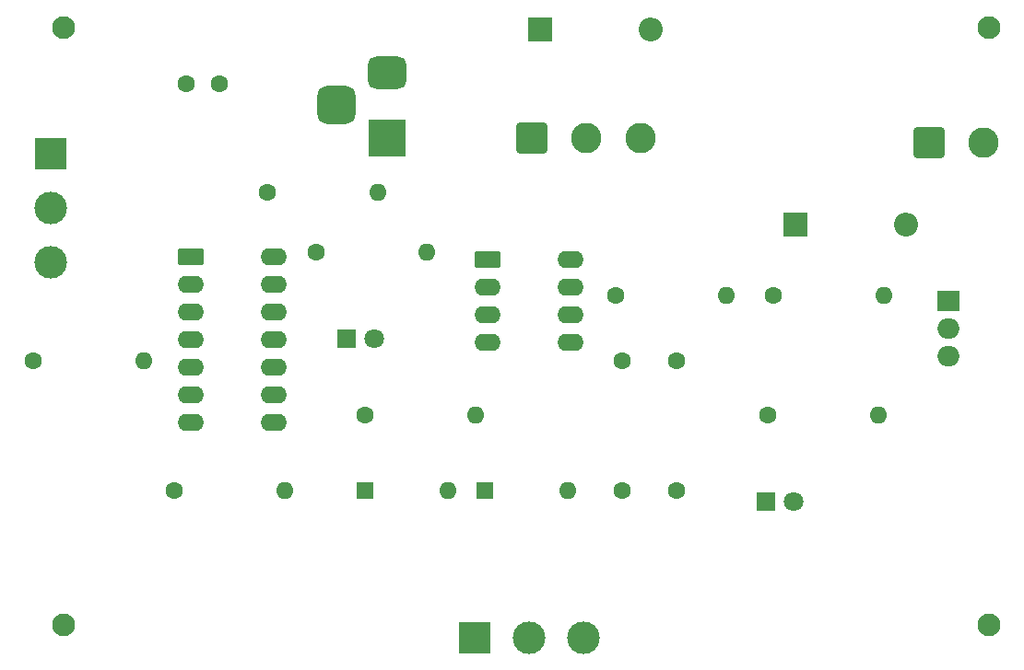
<source format=gbr>
%TF.GenerationSoftware,KiCad,Pcbnew,9.0.2*%
%TF.CreationDate,2025-06-20T15:29:42-04:00*%
%TF.ProjectId,proyecto02,70726f79-6563-4746-9f30-322e6b696361,rev?*%
%TF.SameCoordinates,Original*%
%TF.FileFunction,Soldermask,Top*%
%TF.FilePolarity,Negative*%
%FSLAX46Y46*%
G04 Gerber Fmt 4.6, Leading zero omitted, Abs format (unit mm)*
G04 Created by KiCad (PCBNEW 9.0.2) date 2025-06-20 15:29:42*
%MOMM*%
%LPD*%
G01*
G04 APERTURE LIST*
G04 Aperture macros list*
%AMRoundRect*
0 Rectangle with rounded corners*
0 $1 Rounding radius*
0 $2 $3 $4 $5 $6 $7 $8 $9 X,Y pos of 4 corners*
0 Add a 4 corners polygon primitive as box body*
4,1,4,$2,$3,$4,$5,$6,$7,$8,$9,$2,$3,0*
0 Add four circle primitives for the rounded corners*
1,1,$1+$1,$2,$3*
1,1,$1+$1,$4,$5*
1,1,$1+$1,$6,$7*
1,1,$1+$1,$8,$9*
0 Add four rect primitives between the rounded corners*
20,1,$1+$1,$2,$3,$4,$5,0*
20,1,$1+$1,$4,$5,$6,$7,0*
20,1,$1+$1,$6,$7,$8,$9,0*
20,1,$1+$1,$8,$9,$2,$3,0*%
G04 Aperture macros list end*
%ADD10C,2.100000*%
%ADD11R,1.600000X1.600000*%
%ADD12O,1.600000X1.600000*%
%ADD13C,1.600000*%
%ADD14R,1.800000X1.800000*%
%ADD15C,1.800000*%
%ADD16R,3.000000X3.000000*%
%ADD17C,3.000000*%
%ADD18R,2.200000X2.200000*%
%ADD19O,2.200000X2.200000*%
%ADD20RoundRect,0.250001X-1.149999X-1.149999X1.149999X-1.149999X1.149999X1.149999X-1.149999X1.149999X0*%
%ADD21C,2.800000*%
%ADD22R,2.000000X1.905000*%
%ADD23O,2.000000X1.905000*%
%ADD24RoundRect,0.250000X-0.950000X-0.550000X0.950000X-0.550000X0.950000X0.550000X-0.950000X0.550000X0*%
%ADD25O,2.400000X1.600000*%
%ADD26R,3.500000X3.500000*%
%ADD27RoundRect,0.750000X-1.000000X0.750000X-1.000000X-0.750000X1.000000X-0.750000X1.000000X0.750000X0*%
%ADD28RoundRect,0.875000X-0.875000X0.875000X-0.875000X-0.875000X0.875000X-0.875000X0.875000X0.875000X0*%
G04 APERTURE END LIST*
D10*
%TO.C,H4*%
X118190000Y-116842500D03*
%TD*%
D11*
%TO.C,D3*%
X71880000Y-104500000D03*
D12*
X79500000Y-104500000D03*
%TD*%
D13*
%TO.C,C2*%
X84500000Y-104500000D03*
X89500000Y-104500000D03*
%TD*%
D14*
%TO.C,D5*%
X59225000Y-90500000D03*
D15*
X61765000Y-90500000D03*
%TD*%
D16*
%TO.C,RV2*%
X32050000Y-73500000D03*
D17*
X32050000Y-78500000D03*
X32050000Y-83500000D03*
%TD*%
D18*
%TO.C,D4*%
X100420000Y-80000000D03*
D19*
X110580000Y-80000000D03*
%TD*%
D20*
%TO.C,M1*%
X112750000Y-72467500D03*
D21*
X117750000Y-72467500D03*
%TD*%
D13*
%TO.C,R3*%
X83920000Y-86500000D03*
D12*
X94080000Y-86500000D03*
%TD*%
D18*
%TO.C,D6*%
X77000000Y-62000000D03*
D19*
X87160000Y-62000000D03*
%TD*%
D13*
%TO.C,R2*%
X97920000Y-97500000D03*
D12*
X108080000Y-97500000D03*
%TD*%
D10*
%TO.C,H3*%
X33190000Y-116842500D03*
%TD*%
D14*
%TO.C,D1*%
X97725000Y-105500000D03*
D15*
X100265000Y-105500000D03*
%TD*%
D22*
%TO.C,Q1*%
X114500000Y-87000000D03*
D23*
X114500000Y-89540000D03*
X114500000Y-92080000D03*
%TD*%
D13*
%TO.C,C1*%
X84500000Y-92500000D03*
X89500000Y-92500000D03*
%TD*%
D24*
%TO.C,U1*%
X72190000Y-83190000D03*
D25*
X72190000Y-85730000D03*
X72190000Y-88270000D03*
X72190000Y-90810000D03*
X79810000Y-90810000D03*
X79810000Y-88270000D03*
X79810000Y-85730000D03*
X79810000Y-83190000D03*
%TD*%
D10*
%TO.C,H1*%
X33190000Y-61842500D03*
%TD*%
D16*
%TO.C,RV1*%
X71000000Y-118000000D03*
D17*
X76000000Y-118000000D03*
X81000000Y-118000000D03*
%TD*%
D13*
%TO.C,R5*%
X51920000Y-77000000D03*
D12*
X62080000Y-77000000D03*
%TD*%
D13*
%TO.C,R6*%
X44500000Y-67000000D03*
X47500000Y-67000000D03*
%TD*%
%TO.C,R8*%
X56420000Y-82500000D03*
D12*
X66580000Y-82500000D03*
%TD*%
D11*
%TO.C,D2*%
X60880000Y-104500000D03*
D12*
X68500000Y-104500000D03*
%TD*%
D26*
%TO.C,J2*%
X62957500Y-72000000D03*
D27*
X62957500Y-66000000D03*
D28*
X58257500Y-69000000D03*
%TD*%
D13*
%TO.C,R1*%
X98420000Y-86500000D03*
D12*
X108580000Y-86500000D03*
%TD*%
D13*
%TO.C,R9*%
X30420000Y-92500000D03*
D12*
X40580000Y-92500000D03*
%TD*%
D13*
%TO.C,R4*%
X60920000Y-97500000D03*
D12*
X71080000Y-97500000D03*
%TD*%
D13*
%TO.C,R7*%
X43420000Y-104500000D03*
D12*
X53580000Y-104500000D03*
%TD*%
D24*
%TO.C,U2*%
X44880000Y-82920000D03*
D25*
X44880000Y-85460000D03*
X44880000Y-88000000D03*
X44880000Y-90540000D03*
X44880000Y-93080000D03*
X44880000Y-95620000D03*
X44880000Y-98160000D03*
X52500000Y-98160000D03*
X52500000Y-95620000D03*
X52500000Y-93080000D03*
X52500000Y-90540000D03*
X52500000Y-88000000D03*
X52500000Y-85460000D03*
X52500000Y-82920000D03*
%TD*%
D20*
%TO.C,SW1*%
X76250000Y-72000000D03*
D21*
X81250000Y-72000000D03*
X86250000Y-72000000D03*
%TD*%
D10*
%TO.C,H2*%
X118190000Y-61842500D03*
%TD*%
M02*

</source>
